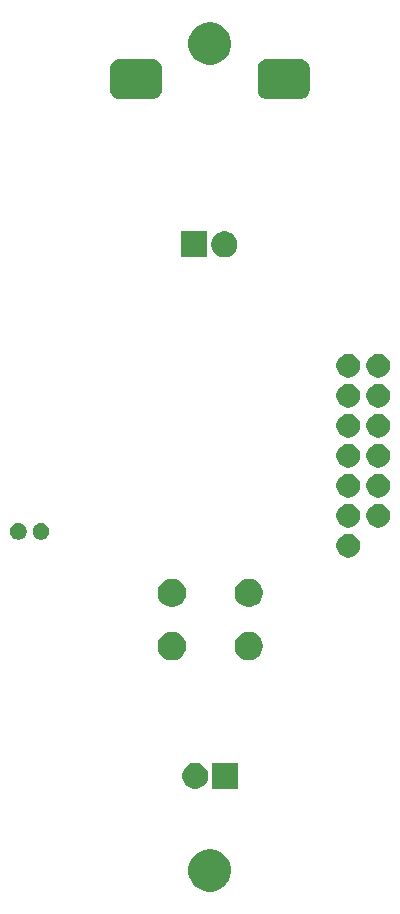
<source format=gbs>
G04 #@! TF.GenerationSoftware,KiCad,Pcbnew,5.0.2-bee76a0~70~ubuntu16.04.1*
G04 #@! TF.CreationDate,2018-12-01T17:09:34+05:30*
G04 #@! TF.ProjectId,senseBeTx_rev2,73656e73-6542-4655-9478-5f726576322e,rev?*
G04 #@! TF.SameCoordinates,Original*
G04 #@! TF.FileFunction,Soldermask,Bot*
G04 #@! TF.FilePolarity,Negative*
%FSLAX46Y46*%
G04 Gerber Fmt 4.6, Leading zero omitted, Abs format (unit mm)*
G04 Created by KiCad (PCBNEW 5.0.2-bee76a0~70~ubuntu16.04.1) date Sat Dec  1 17:09:34 2018*
%MOMM*%
%LPD*%
G01*
G04 APERTURE LIST*
%ADD10C,0.100000*%
G04 APERTURE END LIST*
D10*
G36*
X33409122Y-190246115D02*
X33525041Y-190269173D01*
X33852620Y-190404861D01*
X34143511Y-190599228D01*
X34147436Y-190601851D01*
X34398149Y-190852564D01*
X34595140Y-191147382D01*
X34730827Y-191474960D01*
X34800000Y-191822714D01*
X34800000Y-192177286D01*
X34730827Y-192525040D01*
X34595140Y-192852618D01*
X34398149Y-193147436D01*
X34147436Y-193398149D01*
X34147433Y-193398151D01*
X33852620Y-193595139D01*
X33525041Y-193730827D01*
X33409122Y-193753885D01*
X33177286Y-193800000D01*
X32822714Y-193800000D01*
X32590878Y-193753885D01*
X32474959Y-193730827D01*
X32147380Y-193595139D01*
X31852567Y-193398151D01*
X31852564Y-193398149D01*
X31601851Y-193147436D01*
X31404860Y-192852618D01*
X31269173Y-192525040D01*
X31200000Y-192177286D01*
X31200000Y-191822714D01*
X31269173Y-191474960D01*
X31404860Y-191147382D01*
X31601851Y-190852564D01*
X31852564Y-190601851D01*
X31856489Y-190599228D01*
X32147380Y-190404861D01*
X32474959Y-190269173D01*
X32590878Y-190246115D01*
X32822714Y-190200000D01*
X33177286Y-190200000D01*
X33409122Y-190246115D01*
X33409122Y-190246115D01*
G37*
G36*
X35400000Y-185100000D02*
X33200000Y-185100000D01*
X33200000Y-182900000D01*
X35400000Y-182900000D01*
X35400000Y-185100000D01*
X35400000Y-185100000D01*
G37*
G36*
X32080857Y-182942272D02*
X32281042Y-183025191D01*
X32461213Y-183145578D01*
X32614422Y-183298787D01*
X32734809Y-183478958D01*
X32817728Y-183679143D01*
X32860000Y-183891658D01*
X32860000Y-184108342D01*
X32817728Y-184320857D01*
X32734809Y-184521042D01*
X32614422Y-184701213D01*
X32461213Y-184854422D01*
X32281042Y-184974809D01*
X32080857Y-185057728D01*
X31868342Y-185100000D01*
X31651658Y-185100000D01*
X31439143Y-185057728D01*
X31238958Y-184974809D01*
X31058787Y-184854422D01*
X30905578Y-184701213D01*
X30785191Y-184521042D01*
X30702272Y-184320857D01*
X30660000Y-184108342D01*
X30660000Y-183891658D01*
X30702272Y-183679143D01*
X30785191Y-183478958D01*
X30905578Y-183298787D01*
X31058787Y-183145578D01*
X31238958Y-183025191D01*
X31439143Y-182942272D01*
X31651658Y-182900000D01*
X31868342Y-182900000D01*
X32080857Y-182942272D01*
X32080857Y-182942272D01*
G37*
G36*
X30150026Y-171846115D02*
X30368412Y-171936573D01*
X30564958Y-172067901D01*
X30732099Y-172235042D01*
X30863427Y-172431588D01*
X30953885Y-172649974D01*
X31000000Y-172881809D01*
X31000000Y-173118191D01*
X30953885Y-173350026D01*
X30863427Y-173568412D01*
X30732099Y-173764958D01*
X30564958Y-173932099D01*
X30368412Y-174063427D01*
X30150026Y-174153885D01*
X29918191Y-174200000D01*
X29681809Y-174200000D01*
X29449974Y-174153885D01*
X29231588Y-174063427D01*
X29035042Y-173932099D01*
X28867901Y-173764958D01*
X28736573Y-173568412D01*
X28646115Y-173350026D01*
X28600000Y-173118191D01*
X28600000Y-172881809D01*
X28646115Y-172649974D01*
X28736573Y-172431588D01*
X28867901Y-172235042D01*
X29035042Y-172067901D01*
X29231588Y-171936573D01*
X29449974Y-171846115D01*
X29681809Y-171800000D01*
X29918191Y-171800000D01*
X30150026Y-171846115D01*
X30150026Y-171846115D01*
G37*
G36*
X36650026Y-171846115D02*
X36868412Y-171936573D01*
X37064958Y-172067901D01*
X37232099Y-172235042D01*
X37363427Y-172431588D01*
X37453885Y-172649974D01*
X37500000Y-172881809D01*
X37500000Y-173118191D01*
X37453885Y-173350026D01*
X37363427Y-173568412D01*
X37232099Y-173764958D01*
X37064958Y-173932099D01*
X36868412Y-174063427D01*
X36650026Y-174153885D01*
X36418191Y-174200000D01*
X36181809Y-174200000D01*
X35949974Y-174153885D01*
X35731588Y-174063427D01*
X35535042Y-173932099D01*
X35367901Y-173764958D01*
X35236573Y-173568412D01*
X35146115Y-173350026D01*
X35100000Y-173118191D01*
X35100000Y-172881809D01*
X35146115Y-172649974D01*
X35236573Y-172431588D01*
X35367901Y-172235042D01*
X35535042Y-172067901D01*
X35731588Y-171936573D01*
X35949974Y-171846115D01*
X36181809Y-171800000D01*
X36418191Y-171800000D01*
X36650026Y-171846115D01*
X36650026Y-171846115D01*
G37*
G36*
X30150026Y-167346115D02*
X30368412Y-167436573D01*
X30564958Y-167567901D01*
X30732099Y-167735042D01*
X30863427Y-167931588D01*
X30953885Y-168149974D01*
X31000000Y-168381809D01*
X31000000Y-168618191D01*
X30953885Y-168850026D01*
X30863427Y-169068412D01*
X30732099Y-169264958D01*
X30564958Y-169432099D01*
X30368412Y-169563427D01*
X30150026Y-169653885D01*
X29918191Y-169700000D01*
X29681809Y-169700000D01*
X29449974Y-169653885D01*
X29231588Y-169563427D01*
X29035042Y-169432099D01*
X28867901Y-169264958D01*
X28736573Y-169068412D01*
X28646115Y-168850026D01*
X28600000Y-168618191D01*
X28600000Y-168381809D01*
X28646115Y-168149974D01*
X28736573Y-167931588D01*
X28867901Y-167735042D01*
X29035042Y-167567901D01*
X29231588Y-167436573D01*
X29449974Y-167346115D01*
X29681809Y-167300000D01*
X29918191Y-167300000D01*
X30150026Y-167346115D01*
X30150026Y-167346115D01*
G37*
G36*
X36650026Y-167346115D02*
X36868412Y-167436573D01*
X37064958Y-167567901D01*
X37232099Y-167735042D01*
X37363427Y-167931588D01*
X37453885Y-168149974D01*
X37500000Y-168381809D01*
X37500000Y-168618191D01*
X37453885Y-168850026D01*
X37363427Y-169068412D01*
X37232099Y-169264958D01*
X37064958Y-169432099D01*
X36868412Y-169563427D01*
X36650026Y-169653885D01*
X36418191Y-169700000D01*
X36181809Y-169700000D01*
X35949974Y-169653885D01*
X35731588Y-169563427D01*
X35535042Y-169432099D01*
X35367901Y-169264958D01*
X35236573Y-169068412D01*
X35146115Y-168850026D01*
X35100000Y-168618191D01*
X35100000Y-168381809D01*
X35146115Y-168149974D01*
X35236573Y-167931588D01*
X35367901Y-167735042D01*
X35535042Y-167567901D01*
X35731588Y-167436573D01*
X35949974Y-167346115D01*
X36181809Y-167300000D01*
X36418191Y-167300000D01*
X36650026Y-167346115D01*
X36650026Y-167346115D01*
G37*
G36*
X44905770Y-163535372D02*
X45021689Y-163558429D01*
X45203678Y-163633811D01*
X45367463Y-163743249D01*
X45506751Y-163882537D01*
X45616189Y-164046322D01*
X45691571Y-164228311D01*
X45730000Y-164421509D01*
X45730000Y-164618491D01*
X45691571Y-164811689D01*
X45616189Y-164993678D01*
X45506751Y-165157463D01*
X45367463Y-165296751D01*
X45203678Y-165406189D01*
X45021689Y-165481571D01*
X44905770Y-165504628D01*
X44828493Y-165520000D01*
X44631507Y-165520000D01*
X44554230Y-165504628D01*
X44438311Y-165481571D01*
X44256322Y-165406189D01*
X44092537Y-165296751D01*
X43953249Y-165157463D01*
X43843811Y-164993678D01*
X43768429Y-164811689D01*
X43730000Y-164618491D01*
X43730000Y-164421509D01*
X43768429Y-164228311D01*
X43843811Y-164046322D01*
X43953249Y-163882537D01*
X44092537Y-163743249D01*
X44256322Y-163633811D01*
X44438311Y-163558429D01*
X44554230Y-163535372D01*
X44631507Y-163520000D01*
X44828493Y-163520000D01*
X44905770Y-163535372D01*
X44905770Y-163535372D01*
G37*
G36*
X18904183Y-162626900D02*
X19031574Y-162679668D01*
X19146225Y-162756275D01*
X19243725Y-162853775D01*
X19320332Y-162968426D01*
X19373100Y-163095817D01*
X19400000Y-163231055D01*
X19400000Y-163368945D01*
X19373100Y-163504183D01*
X19320332Y-163631574D01*
X19243726Y-163746224D01*
X19146224Y-163843726D01*
X19031574Y-163920332D01*
X18904183Y-163973100D01*
X18768945Y-164000000D01*
X18631055Y-164000000D01*
X18495817Y-163973100D01*
X18368426Y-163920332D01*
X18253776Y-163843726D01*
X18156274Y-163746224D01*
X18079668Y-163631574D01*
X18026900Y-163504183D01*
X18000000Y-163368945D01*
X18000000Y-163231055D01*
X18026900Y-163095817D01*
X18079668Y-162968426D01*
X18156275Y-162853775D01*
X18253775Y-162756275D01*
X18368426Y-162679668D01*
X18495817Y-162626900D01*
X18631055Y-162600000D01*
X18768945Y-162600000D01*
X18904183Y-162626900D01*
X18904183Y-162626900D01*
G37*
G36*
X17004183Y-162626900D02*
X17131574Y-162679668D01*
X17246225Y-162756275D01*
X17343725Y-162853775D01*
X17420332Y-162968426D01*
X17473100Y-163095817D01*
X17500000Y-163231055D01*
X17500000Y-163368945D01*
X17473100Y-163504183D01*
X17420332Y-163631574D01*
X17343726Y-163746224D01*
X17246224Y-163843726D01*
X17131574Y-163920332D01*
X17004183Y-163973100D01*
X16868945Y-164000000D01*
X16731055Y-164000000D01*
X16595817Y-163973100D01*
X16468426Y-163920332D01*
X16353776Y-163843726D01*
X16256274Y-163746224D01*
X16179668Y-163631574D01*
X16126900Y-163504183D01*
X16100000Y-163368945D01*
X16100000Y-163231055D01*
X16126900Y-163095817D01*
X16179668Y-162968426D01*
X16256275Y-162853775D01*
X16353775Y-162756275D01*
X16468426Y-162679668D01*
X16595817Y-162626900D01*
X16731055Y-162600000D01*
X16868945Y-162600000D01*
X17004183Y-162626900D01*
X17004183Y-162626900D01*
G37*
G36*
X44905770Y-160995372D02*
X45021689Y-161018429D01*
X45203678Y-161093811D01*
X45367463Y-161203249D01*
X45506751Y-161342537D01*
X45616189Y-161506322D01*
X45691571Y-161688311D01*
X45730000Y-161881509D01*
X45730000Y-162078491D01*
X45691571Y-162271689D01*
X45616189Y-162453678D01*
X45506751Y-162617463D01*
X45367463Y-162756751D01*
X45203678Y-162866189D01*
X45021689Y-162941571D01*
X44905770Y-162964628D01*
X44828493Y-162980000D01*
X44631507Y-162980000D01*
X44554230Y-162964628D01*
X44438311Y-162941571D01*
X44256322Y-162866189D01*
X44092537Y-162756751D01*
X43953249Y-162617463D01*
X43843811Y-162453678D01*
X43768429Y-162271689D01*
X43730000Y-162078491D01*
X43730000Y-161881509D01*
X43768429Y-161688311D01*
X43843811Y-161506322D01*
X43953249Y-161342537D01*
X44092537Y-161203249D01*
X44256322Y-161093811D01*
X44438311Y-161018429D01*
X44554230Y-160995372D01*
X44631507Y-160980000D01*
X44828493Y-160980000D01*
X44905770Y-160995372D01*
X44905770Y-160995372D01*
G37*
G36*
X47445770Y-160995372D02*
X47561689Y-161018429D01*
X47743678Y-161093811D01*
X47907463Y-161203249D01*
X48046751Y-161342537D01*
X48156189Y-161506322D01*
X48231571Y-161688311D01*
X48270000Y-161881509D01*
X48270000Y-162078491D01*
X48231571Y-162271689D01*
X48156189Y-162453678D01*
X48046751Y-162617463D01*
X47907463Y-162756751D01*
X47743678Y-162866189D01*
X47561689Y-162941571D01*
X47445770Y-162964628D01*
X47368493Y-162980000D01*
X47171507Y-162980000D01*
X47094230Y-162964628D01*
X46978311Y-162941571D01*
X46796322Y-162866189D01*
X46632537Y-162756751D01*
X46493249Y-162617463D01*
X46383811Y-162453678D01*
X46308429Y-162271689D01*
X46270000Y-162078491D01*
X46270000Y-161881509D01*
X46308429Y-161688311D01*
X46383811Y-161506322D01*
X46493249Y-161342537D01*
X46632537Y-161203249D01*
X46796322Y-161093811D01*
X46978311Y-161018429D01*
X47094230Y-160995372D01*
X47171507Y-160980000D01*
X47368493Y-160980000D01*
X47445770Y-160995372D01*
X47445770Y-160995372D01*
G37*
G36*
X47445770Y-158455372D02*
X47561689Y-158478429D01*
X47743678Y-158553811D01*
X47907463Y-158663249D01*
X48046751Y-158802537D01*
X48156189Y-158966322D01*
X48231571Y-159148311D01*
X48270000Y-159341509D01*
X48270000Y-159538491D01*
X48231571Y-159731689D01*
X48156189Y-159913678D01*
X48046751Y-160077463D01*
X47907463Y-160216751D01*
X47743678Y-160326189D01*
X47561689Y-160401571D01*
X47445770Y-160424628D01*
X47368493Y-160440000D01*
X47171507Y-160440000D01*
X47094230Y-160424628D01*
X46978311Y-160401571D01*
X46796322Y-160326189D01*
X46632537Y-160216751D01*
X46493249Y-160077463D01*
X46383811Y-159913678D01*
X46308429Y-159731689D01*
X46270000Y-159538491D01*
X46270000Y-159341509D01*
X46308429Y-159148311D01*
X46383811Y-158966322D01*
X46493249Y-158802537D01*
X46632537Y-158663249D01*
X46796322Y-158553811D01*
X46978311Y-158478429D01*
X47094230Y-158455372D01*
X47171507Y-158440000D01*
X47368493Y-158440000D01*
X47445770Y-158455372D01*
X47445770Y-158455372D01*
G37*
G36*
X44905770Y-158455372D02*
X45021689Y-158478429D01*
X45203678Y-158553811D01*
X45367463Y-158663249D01*
X45506751Y-158802537D01*
X45616189Y-158966322D01*
X45691571Y-159148311D01*
X45730000Y-159341509D01*
X45730000Y-159538491D01*
X45691571Y-159731689D01*
X45616189Y-159913678D01*
X45506751Y-160077463D01*
X45367463Y-160216751D01*
X45203678Y-160326189D01*
X45021689Y-160401571D01*
X44905770Y-160424628D01*
X44828493Y-160440000D01*
X44631507Y-160440000D01*
X44554230Y-160424628D01*
X44438311Y-160401571D01*
X44256322Y-160326189D01*
X44092537Y-160216751D01*
X43953249Y-160077463D01*
X43843811Y-159913678D01*
X43768429Y-159731689D01*
X43730000Y-159538491D01*
X43730000Y-159341509D01*
X43768429Y-159148311D01*
X43843811Y-158966322D01*
X43953249Y-158802537D01*
X44092537Y-158663249D01*
X44256322Y-158553811D01*
X44438311Y-158478429D01*
X44554230Y-158455372D01*
X44631507Y-158440000D01*
X44828493Y-158440000D01*
X44905770Y-158455372D01*
X44905770Y-158455372D01*
G37*
G36*
X44905770Y-155915372D02*
X45021689Y-155938429D01*
X45203678Y-156013811D01*
X45367463Y-156123249D01*
X45506751Y-156262537D01*
X45616189Y-156426322D01*
X45691571Y-156608311D01*
X45730000Y-156801509D01*
X45730000Y-156998491D01*
X45691571Y-157191689D01*
X45616189Y-157373678D01*
X45506751Y-157537463D01*
X45367463Y-157676751D01*
X45203678Y-157786189D01*
X45021689Y-157861571D01*
X44905770Y-157884628D01*
X44828493Y-157900000D01*
X44631507Y-157900000D01*
X44554230Y-157884628D01*
X44438311Y-157861571D01*
X44256322Y-157786189D01*
X44092537Y-157676751D01*
X43953249Y-157537463D01*
X43843811Y-157373678D01*
X43768429Y-157191689D01*
X43730000Y-156998491D01*
X43730000Y-156801509D01*
X43768429Y-156608311D01*
X43843811Y-156426322D01*
X43953249Y-156262537D01*
X44092537Y-156123249D01*
X44256322Y-156013811D01*
X44438311Y-155938429D01*
X44554230Y-155915372D01*
X44631507Y-155900000D01*
X44828493Y-155900000D01*
X44905770Y-155915372D01*
X44905770Y-155915372D01*
G37*
G36*
X47445770Y-155915372D02*
X47561689Y-155938429D01*
X47743678Y-156013811D01*
X47907463Y-156123249D01*
X48046751Y-156262537D01*
X48156189Y-156426322D01*
X48231571Y-156608311D01*
X48270000Y-156801509D01*
X48270000Y-156998491D01*
X48231571Y-157191689D01*
X48156189Y-157373678D01*
X48046751Y-157537463D01*
X47907463Y-157676751D01*
X47743678Y-157786189D01*
X47561689Y-157861571D01*
X47445770Y-157884628D01*
X47368493Y-157900000D01*
X47171507Y-157900000D01*
X47094230Y-157884628D01*
X46978311Y-157861571D01*
X46796322Y-157786189D01*
X46632537Y-157676751D01*
X46493249Y-157537463D01*
X46383811Y-157373678D01*
X46308429Y-157191689D01*
X46270000Y-156998491D01*
X46270000Y-156801509D01*
X46308429Y-156608311D01*
X46383811Y-156426322D01*
X46493249Y-156262537D01*
X46632537Y-156123249D01*
X46796322Y-156013811D01*
X46978311Y-155938429D01*
X47094230Y-155915372D01*
X47171507Y-155900000D01*
X47368493Y-155900000D01*
X47445770Y-155915372D01*
X47445770Y-155915372D01*
G37*
G36*
X47445770Y-153375372D02*
X47561689Y-153398429D01*
X47743678Y-153473811D01*
X47907463Y-153583249D01*
X48046751Y-153722537D01*
X48156189Y-153886322D01*
X48231571Y-154068311D01*
X48270000Y-154261509D01*
X48270000Y-154458491D01*
X48231571Y-154651689D01*
X48156189Y-154833678D01*
X48046751Y-154997463D01*
X47907463Y-155136751D01*
X47743678Y-155246189D01*
X47561689Y-155321571D01*
X47445770Y-155344628D01*
X47368493Y-155360000D01*
X47171507Y-155360000D01*
X47094230Y-155344628D01*
X46978311Y-155321571D01*
X46796322Y-155246189D01*
X46632537Y-155136751D01*
X46493249Y-154997463D01*
X46383811Y-154833678D01*
X46308429Y-154651689D01*
X46270000Y-154458491D01*
X46270000Y-154261509D01*
X46308429Y-154068311D01*
X46383811Y-153886322D01*
X46493249Y-153722537D01*
X46632537Y-153583249D01*
X46796322Y-153473811D01*
X46978311Y-153398429D01*
X47094230Y-153375372D01*
X47171507Y-153360000D01*
X47368493Y-153360000D01*
X47445770Y-153375372D01*
X47445770Y-153375372D01*
G37*
G36*
X44905770Y-153375372D02*
X45021689Y-153398429D01*
X45203678Y-153473811D01*
X45367463Y-153583249D01*
X45506751Y-153722537D01*
X45616189Y-153886322D01*
X45691571Y-154068311D01*
X45730000Y-154261509D01*
X45730000Y-154458491D01*
X45691571Y-154651689D01*
X45616189Y-154833678D01*
X45506751Y-154997463D01*
X45367463Y-155136751D01*
X45203678Y-155246189D01*
X45021689Y-155321571D01*
X44905770Y-155344628D01*
X44828493Y-155360000D01*
X44631507Y-155360000D01*
X44554230Y-155344628D01*
X44438311Y-155321571D01*
X44256322Y-155246189D01*
X44092537Y-155136751D01*
X43953249Y-154997463D01*
X43843811Y-154833678D01*
X43768429Y-154651689D01*
X43730000Y-154458491D01*
X43730000Y-154261509D01*
X43768429Y-154068311D01*
X43843811Y-153886322D01*
X43953249Y-153722537D01*
X44092537Y-153583249D01*
X44256322Y-153473811D01*
X44438311Y-153398429D01*
X44554230Y-153375372D01*
X44631507Y-153360000D01*
X44828493Y-153360000D01*
X44905770Y-153375372D01*
X44905770Y-153375372D01*
G37*
G36*
X47445770Y-150835372D02*
X47561689Y-150858429D01*
X47743678Y-150933811D01*
X47907463Y-151043249D01*
X48046751Y-151182537D01*
X48156189Y-151346322D01*
X48231571Y-151528311D01*
X48270000Y-151721509D01*
X48270000Y-151918491D01*
X48231571Y-152111689D01*
X48156189Y-152293678D01*
X48046751Y-152457463D01*
X47907463Y-152596751D01*
X47743678Y-152706189D01*
X47561689Y-152781571D01*
X47445770Y-152804628D01*
X47368493Y-152820000D01*
X47171507Y-152820000D01*
X47094230Y-152804628D01*
X46978311Y-152781571D01*
X46796322Y-152706189D01*
X46632537Y-152596751D01*
X46493249Y-152457463D01*
X46383811Y-152293678D01*
X46308429Y-152111689D01*
X46270000Y-151918491D01*
X46270000Y-151721509D01*
X46308429Y-151528311D01*
X46383811Y-151346322D01*
X46493249Y-151182537D01*
X46632537Y-151043249D01*
X46796322Y-150933811D01*
X46978311Y-150858429D01*
X47094230Y-150835372D01*
X47171507Y-150820000D01*
X47368493Y-150820000D01*
X47445770Y-150835372D01*
X47445770Y-150835372D01*
G37*
G36*
X44905770Y-150835372D02*
X45021689Y-150858429D01*
X45203678Y-150933811D01*
X45367463Y-151043249D01*
X45506751Y-151182537D01*
X45616189Y-151346322D01*
X45691571Y-151528311D01*
X45730000Y-151721509D01*
X45730000Y-151918491D01*
X45691571Y-152111689D01*
X45616189Y-152293678D01*
X45506751Y-152457463D01*
X45367463Y-152596751D01*
X45203678Y-152706189D01*
X45021689Y-152781571D01*
X44905770Y-152804628D01*
X44828493Y-152820000D01*
X44631507Y-152820000D01*
X44554230Y-152804628D01*
X44438311Y-152781571D01*
X44256322Y-152706189D01*
X44092537Y-152596751D01*
X43953249Y-152457463D01*
X43843811Y-152293678D01*
X43768429Y-152111689D01*
X43730000Y-151918491D01*
X43730000Y-151721509D01*
X43768429Y-151528311D01*
X43843811Y-151346322D01*
X43953249Y-151182537D01*
X44092537Y-151043249D01*
X44256322Y-150933811D01*
X44438311Y-150858429D01*
X44554230Y-150835372D01*
X44631507Y-150820000D01*
X44828493Y-150820000D01*
X44905770Y-150835372D01*
X44905770Y-150835372D01*
G37*
G36*
X44905770Y-148295372D02*
X45021689Y-148318429D01*
X45203678Y-148393811D01*
X45367463Y-148503249D01*
X45506751Y-148642537D01*
X45616189Y-148806322D01*
X45691571Y-148988311D01*
X45730000Y-149181509D01*
X45730000Y-149378491D01*
X45691571Y-149571689D01*
X45616189Y-149753678D01*
X45506751Y-149917463D01*
X45367463Y-150056751D01*
X45203678Y-150166189D01*
X45021689Y-150241571D01*
X44905770Y-150264628D01*
X44828493Y-150280000D01*
X44631507Y-150280000D01*
X44554230Y-150264628D01*
X44438311Y-150241571D01*
X44256322Y-150166189D01*
X44092537Y-150056751D01*
X43953249Y-149917463D01*
X43843811Y-149753678D01*
X43768429Y-149571689D01*
X43730000Y-149378491D01*
X43730000Y-149181509D01*
X43768429Y-148988311D01*
X43843811Y-148806322D01*
X43953249Y-148642537D01*
X44092537Y-148503249D01*
X44256322Y-148393811D01*
X44438311Y-148318429D01*
X44554230Y-148295372D01*
X44631507Y-148280000D01*
X44828493Y-148280000D01*
X44905770Y-148295372D01*
X44905770Y-148295372D01*
G37*
G36*
X47445770Y-148295372D02*
X47561689Y-148318429D01*
X47743678Y-148393811D01*
X47907463Y-148503249D01*
X48046751Y-148642537D01*
X48156189Y-148806322D01*
X48231571Y-148988311D01*
X48270000Y-149181509D01*
X48270000Y-149378491D01*
X48231571Y-149571689D01*
X48156189Y-149753678D01*
X48046751Y-149917463D01*
X47907463Y-150056751D01*
X47743678Y-150166189D01*
X47561689Y-150241571D01*
X47445770Y-150264628D01*
X47368493Y-150280000D01*
X47171507Y-150280000D01*
X47094230Y-150264628D01*
X46978311Y-150241571D01*
X46796322Y-150166189D01*
X46632537Y-150056751D01*
X46493249Y-149917463D01*
X46383811Y-149753678D01*
X46308429Y-149571689D01*
X46270000Y-149378491D01*
X46270000Y-149181509D01*
X46308429Y-148988311D01*
X46383811Y-148806322D01*
X46493249Y-148642537D01*
X46632537Y-148503249D01*
X46796322Y-148393811D01*
X46978311Y-148318429D01*
X47094230Y-148295372D01*
X47171507Y-148280000D01*
X47368493Y-148280000D01*
X47445770Y-148295372D01*
X47445770Y-148295372D01*
G37*
G36*
X32800000Y-140100000D02*
X30600000Y-140100000D01*
X30600000Y-137900000D01*
X32800000Y-137900000D01*
X32800000Y-140100000D01*
X32800000Y-140100000D01*
G37*
G36*
X34560857Y-137942272D02*
X34761042Y-138025191D01*
X34941213Y-138145578D01*
X35094422Y-138298787D01*
X35214809Y-138478958D01*
X35297728Y-138679143D01*
X35340000Y-138891658D01*
X35340000Y-139108342D01*
X35297728Y-139320857D01*
X35214809Y-139521042D01*
X35094422Y-139701213D01*
X34941213Y-139854422D01*
X34761042Y-139974809D01*
X34560857Y-140057728D01*
X34348342Y-140100000D01*
X34131658Y-140100000D01*
X33919143Y-140057728D01*
X33718958Y-139974809D01*
X33538787Y-139854422D01*
X33385578Y-139701213D01*
X33265191Y-139521042D01*
X33182272Y-139320857D01*
X33140000Y-139108342D01*
X33140000Y-138891658D01*
X33182272Y-138679143D01*
X33265191Y-138478958D01*
X33385578Y-138298787D01*
X33538787Y-138145578D01*
X33718958Y-138025191D01*
X33919143Y-137942272D01*
X34131658Y-137900000D01*
X34348342Y-137900000D01*
X34560857Y-137942272D01*
X34560857Y-137942272D01*
G37*
G36*
X40816017Y-123315724D02*
X40963630Y-123360503D01*
X41099677Y-123433222D01*
X41218919Y-123531081D01*
X41316778Y-123650323D01*
X41389497Y-123786370D01*
X41434276Y-123933983D01*
X41450000Y-124093640D01*
X41450000Y-125906360D01*
X41434276Y-126066017D01*
X41389497Y-126213630D01*
X41316778Y-126349677D01*
X41218919Y-126468919D01*
X41099677Y-126566778D01*
X40963630Y-126639497D01*
X40816017Y-126684276D01*
X40656360Y-126700000D01*
X37843640Y-126700000D01*
X37683983Y-126684276D01*
X37536370Y-126639497D01*
X37400323Y-126566778D01*
X37281081Y-126468919D01*
X37183222Y-126349677D01*
X37110503Y-126213630D01*
X37065724Y-126066017D01*
X37050000Y-125906360D01*
X37050000Y-124093640D01*
X37065724Y-123933983D01*
X37110503Y-123786370D01*
X37183222Y-123650323D01*
X37281081Y-123531081D01*
X37400323Y-123433222D01*
X37536370Y-123360503D01*
X37683983Y-123315724D01*
X37843640Y-123300000D01*
X40656360Y-123300000D01*
X40816017Y-123315724D01*
X40816017Y-123315724D01*
G37*
G36*
X28316017Y-123315724D02*
X28463630Y-123360503D01*
X28599677Y-123433222D01*
X28718919Y-123531081D01*
X28816778Y-123650323D01*
X28889497Y-123786370D01*
X28934276Y-123933983D01*
X28950000Y-124093640D01*
X28950000Y-125906360D01*
X28934276Y-126066017D01*
X28889497Y-126213630D01*
X28816778Y-126349677D01*
X28718919Y-126468919D01*
X28599677Y-126566778D01*
X28463630Y-126639497D01*
X28316017Y-126684276D01*
X28156360Y-126700000D01*
X25343640Y-126700000D01*
X25183983Y-126684276D01*
X25036370Y-126639497D01*
X24900323Y-126566778D01*
X24781081Y-126468919D01*
X24683222Y-126349677D01*
X24610503Y-126213630D01*
X24565724Y-126066017D01*
X24550000Y-125906360D01*
X24550000Y-124093640D01*
X24565724Y-123933983D01*
X24610503Y-123786370D01*
X24683222Y-123650323D01*
X24781081Y-123531081D01*
X24900323Y-123433222D01*
X25036370Y-123360503D01*
X25183983Y-123315724D01*
X25343640Y-123300000D01*
X28156360Y-123300000D01*
X28316017Y-123315724D01*
X28316017Y-123315724D01*
G37*
G36*
X33409122Y-120246115D02*
X33525041Y-120269173D01*
X33852620Y-120404861D01*
X34143511Y-120599228D01*
X34147436Y-120601851D01*
X34398149Y-120852564D01*
X34595140Y-121147382D01*
X34730827Y-121474960D01*
X34800000Y-121822714D01*
X34800000Y-122177286D01*
X34730827Y-122525040D01*
X34595140Y-122852618D01*
X34398149Y-123147436D01*
X34147436Y-123398149D01*
X34147433Y-123398151D01*
X33852620Y-123595139D01*
X33525041Y-123730827D01*
X33409122Y-123753885D01*
X33177286Y-123800000D01*
X32822714Y-123800000D01*
X32590878Y-123753885D01*
X32474959Y-123730827D01*
X32147380Y-123595139D01*
X31852567Y-123398151D01*
X31852564Y-123398149D01*
X31601851Y-123147436D01*
X31404860Y-122852618D01*
X31269173Y-122525040D01*
X31200000Y-122177286D01*
X31200000Y-121822714D01*
X31269173Y-121474960D01*
X31404860Y-121147382D01*
X31601851Y-120852564D01*
X31852564Y-120601851D01*
X31856489Y-120599228D01*
X32147380Y-120404861D01*
X32474959Y-120269173D01*
X32590878Y-120246115D01*
X32822714Y-120200000D01*
X33177286Y-120200000D01*
X33409122Y-120246115D01*
X33409122Y-120246115D01*
G37*
M02*

</source>
